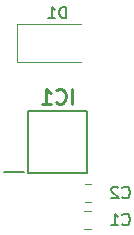
<source format=gbr>
%TF.GenerationSoftware,KiCad,Pcbnew,6.0.11+dfsg-1~bpo11+1*%
%TF.CreationDate,2023-04-13T10:25:38+00:00*%
%TF.ProjectId,FRAM01A,4652414d-3031-4412-9e6b-696361645f70,rev?*%
%TF.SameCoordinates,Original*%
%TF.FileFunction,Legend,Bot*%
%TF.FilePolarity,Positive*%
%FSLAX46Y46*%
G04 Gerber Fmt 4.6, Leading zero omitted, Abs format (unit mm)*
G04 Created by KiCad (PCBNEW 6.0.11+dfsg-1~bpo11+1) date 2023-04-13 10:25:38*
%MOMM*%
%LPD*%
G01*
G04 APERTURE LIST*
%ADD10C,0.254000*%
%ADD11C,0.150000*%
%ADD12C,0.200000*%
%ADD13C,0.120000*%
G04 APERTURE END LIST*
D10*
%TO.C,IC1*%
X138399761Y-83124523D02*
X138399761Y-81854523D01*
X137069285Y-83003571D02*
X137129761Y-83064047D01*
X137311190Y-83124523D01*
X137432142Y-83124523D01*
X137613571Y-83064047D01*
X137734523Y-82943095D01*
X137795000Y-82822142D01*
X137855476Y-82580238D01*
X137855476Y-82398809D01*
X137795000Y-82156904D01*
X137734523Y-82035952D01*
X137613571Y-81915000D01*
X137432142Y-81854523D01*
X137311190Y-81854523D01*
X137129761Y-81915000D01*
X137069285Y-81975476D01*
X135859761Y-83124523D02*
X136585476Y-83124523D01*
X136222619Y-83124523D02*
X136222619Y-81854523D01*
X136343571Y-82035952D01*
X136464523Y-82156904D01*
X136585476Y-82217380D01*
D11*
%TO.C,D1*%
X137898095Y-75890380D02*
X137898095Y-74890380D01*
X137660000Y-74890380D01*
X137517142Y-74938000D01*
X137421904Y-75033238D01*
X137374285Y-75128476D01*
X137326666Y-75318952D01*
X137326666Y-75461809D01*
X137374285Y-75652285D01*
X137421904Y-75747523D01*
X137517142Y-75842761D01*
X137660000Y-75890380D01*
X137898095Y-75890380D01*
X136374285Y-75890380D02*
X136945714Y-75890380D01*
X136660000Y-75890380D02*
X136660000Y-74890380D01*
X136755238Y-75033238D01*
X136850476Y-75128476D01*
X136945714Y-75176095D01*
%TO.C,C1*%
X142660666Y-93321142D02*
X142708285Y-93368761D01*
X142851142Y-93416380D01*
X142946380Y-93416380D01*
X143089238Y-93368761D01*
X143184476Y-93273523D01*
X143232095Y-93178285D01*
X143279714Y-92987809D01*
X143279714Y-92844952D01*
X143232095Y-92654476D01*
X143184476Y-92559238D01*
X143089238Y-92464000D01*
X142946380Y-92416380D01*
X142851142Y-92416380D01*
X142708285Y-92464000D01*
X142660666Y-92511619D01*
X141708285Y-93416380D02*
X142279714Y-93416380D01*
X141994000Y-93416380D02*
X141994000Y-92416380D01*
X142089238Y-92559238D01*
X142184476Y-92654476D01*
X142279714Y-92702095D01*
%TO.C,C2*%
X142660666Y-91035142D02*
X142708285Y-91082761D01*
X142851142Y-91130380D01*
X142946380Y-91130380D01*
X143089238Y-91082761D01*
X143184476Y-90987523D01*
X143232095Y-90892285D01*
X143279714Y-90701809D01*
X143279714Y-90558952D01*
X143232095Y-90368476D01*
X143184476Y-90273238D01*
X143089238Y-90178000D01*
X142946380Y-90130380D01*
X142851142Y-90130380D01*
X142708285Y-90178000D01*
X142660666Y-90225619D01*
X142279714Y-90225619D02*
X142232095Y-90178000D01*
X142136857Y-90130380D01*
X141898761Y-90130380D01*
X141803523Y-90178000D01*
X141755904Y-90225619D01*
X141708285Y-90320857D01*
X141708285Y-90416095D01*
X141755904Y-90558952D01*
X142327333Y-91130380D01*
X141708285Y-91130380D01*
D12*
%TO.C,IC1*%
X139660000Y-83745000D02*
X134660000Y-83745000D01*
X139660000Y-88975000D02*
X139660000Y-83745000D01*
X132660000Y-88940000D02*
X134310000Y-88940000D01*
X134660000Y-83745000D02*
X134660000Y-88975000D01*
X134660000Y-88975000D02*
X139660000Y-88975000D01*
D13*
%TO.C,D1*%
X133760000Y-79628000D02*
X139160000Y-79628000D01*
X133760000Y-76328000D02*
X139160000Y-76328000D01*
X133760000Y-79628000D02*
X133760000Y-76328000D01*
%TO.C,C1*%
X139961252Y-92229000D02*
X139438748Y-92229000D01*
X139961252Y-93699000D02*
X139438748Y-93699000D01*
%TO.C,C2*%
X140027252Y-91413000D02*
X139504748Y-91413000D01*
X140027252Y-89943000D02*
X139504748Y-89943000D01*
%TD*%
M02*

</source>
